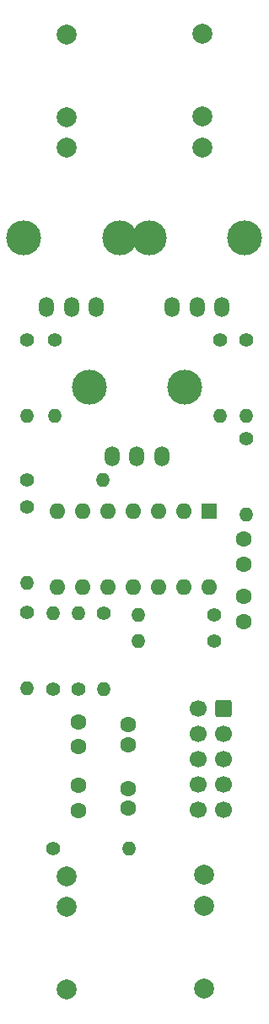
<source format=gts>
%TF.GenerationSoftware,KiCad,Pcbnew,8.0.4-8.0.4-0~ubuntu22.04.1*%
%TF.CreationDate,2024-07-28T19:50:57+02:00*%
%TF.ProjectId,VoltageProcessor,566f6c74-6167-4655-9072-6f636573736f,0.1*%
%TF.SameCoordinates,Original*%
%TF.FileFunction,Soldermask,Top*%
%TF.FilePolarity,Negative*%
%FSLAX46Y46*%
G04 Gerber Fmt 4.6, Leading zero omitted, Abs format (unit mm)*
G04 Created by KiCad (PCBNEW 8.0.4-8.0.4-0~ubuntu22.04.1) date 2024-07-28 19:50:57*
%MOMM*%
%LPD*%
G01*
G04 APERTURE LIST*
G04 Aperture macros list*
%AMRoundRect*
0 Rectangle with rounded corners*
0 $1 Rounding radius*
0 $2 $3 $4 $5 $6 $7 $8 $9 X,Y pos of 4 corners*
0 Add a 4 corners polygon primitive as box body*
4,1,4,$2,$3,$4,$5,$6,$7,$8,$9,$2,$3,0*
0 Add four circle primitives for the rounded corners*
1,1,$1+$1,$2,$3*
1,1,$1+$1,$4,$5*
1,1,$1+$1,$6,$7*
1,1,$1+$1,$8,$9*
0 Add four rect primitives between the rounded corners*
20,1,$1+$1,$2,$3,$4,$5,0*
20,1,$1+$1,$4,$5,$6,$7,0*
20,1,$1+$1,$6,$7,$8,$9,0*
20,1,$1+$1,$8,$9,$2,$3,0*%
G04 Aperture macros list end*
%ADD10C,1.400000*%
%ADD11O,1.400000X1.400000*%
%ADD12C,1.600000*%
%ADD13C,2.000000*%
%ADD14C,3.500000*%
%ADD15O,1.500000X2.000000*%
%ADD16R,1.600000X1.600000*%
%ADD17O,1.600000X1.600000*%
%ADD18RoundRect,0.250000X0.600000X0.600000X-0.600000X0.600000X-0.600000X-0.600000X0.600000X-0.600000X0*%
%ADD19C,1.700000*%
G04 APERTURE END LIST*
D10*
%TO.C,R4*%
X118700000Y-89550000D03*
D11*
X118700000Y-97170000D03*
%TD*%
D10*
%TO.C,R10*%
X99300000Y-124550000D03*
D11*
X99300000Y-116930000D03*
%TD*%
D12*
%TO.C,C4*%
X118500000Y-117800000D03*
X118500000Y-115300000D03*
%TD*%
%TO.C,C3*%
X118500000Y-109550000D03*
X118500000Y-112050000D03*
%TD*%
D13*
%TO.C,J4*%
X100700000Y-143350000D03*
X100700000Y-146450000D03*
X100700000Y-154750000D03*
%TD*%
D10*
%TO.C,R1*%
X99500000Y-89550000D03*
D11*
X99500000Y-97170000D03*
%TD*%
D10*
%TO.C,R6*%
X118700000Y-99440000D03*
D11*
X118700000Y-107060000D03*
%TD*%
D14*
%TO.C,RV2*%
X109000000Y-79250000D03*
X118600000Y-79250000D03*
D15*
X111300000Y-86250000D03*
X113800000Y-86250000D03*
X116300000Y-86250000D03*
%TD*%
D10*
%TO.C,R5*%
X96690000Y-103550000D03*
D11*
X104310000Y-103550000D03*
%TD*%
D10*
%TO.C,R8*%
X96700000Y-106320000D03*
D11*
X96700000Y-113940000D03*
%TD*%
D10*
%TO.C,R12*%
X104400000Y-116940000D03*
D11*
X104400000Y-124560000D03*
%TD*%
D10*
%TO.C,R14*%
X99300000Y-140550000D03*
D11*
X106920000Y-140550000D03*
%TD*%
D14*
%TO.C,RV1*%
X96400000Y-79250000D03*
X106000000Y-79250000D03*
D15*
X98700000Y-86250000D03*
X101200000Y-86250000D03*
X103700000Y-86250000D03*
%TD*%
D13*
%TO.C,J5*%
X114500000Y-143222500D03*
X114500000Y-146322500D03*
X114500000Y-154622500D03*
%TD*%
D10*
%TO.C,R3*%
X96700000Y-89540000D03*
D11*
X96700000Y-97160000D03*
%TD*%
D14*
%TO.C,RV3*%
X102950000Y-94250000D03*
X112550000Y-94250000D03*
D15*
X105250000Y-101250000D03*
X107750000Y-101250000D03*
X110250000Y-101250000D03*
%TD*%
D13*
%TO.C,J1*%
X100700000Y-70250000D03*
X100700000Y-67150000D03*
X100700000Y-58850000D03*
%TD*%
%TO.C,J2*%
X114300000Y-70230000D03*
X114300000Y-67130000D03*
X114300000Y-58830000D03*
%TD*%
D10*
%TO.C,R9*%
X115510000Y-117150000D03*
D11*
X107890000Y-117150000D03*
%TD*%
D16*
%TO.C,U1*%
X115040000Y-106730000D03*
D17*
X112500000Y-106730000D03*
X109960000Y-106730000D03*
X107420000Y-106730000D03*
X104880000Y-106730000D03*
X102340000Y-106730000D03*
X99800000Y-106730000D03*
X99800000Y-114350000D03*
X102340000Y-114350000D03*
X104880000Y-114350000D03*
X107420000Y-114350000D03*
X109960000Y-114350000D03*
X112500000Y-114350000D03*
X115040000Y-114350000D03*
%TD*%
D10*
%TO.C,R7*%
X101900000Y-124550000D03*
D11*
X101900000Y-116930000D03*
%TD*%
D10*
%TO.C,R13*%
X96700000Y-116920000D03*
D11*
X96700000Y-124540000D03*
%TD*%
D10*
%TO.C,R2*%
X116100000Y-89550000D03*
D11*
X116100000Y-97170000D03*
%TD*%
D10*
%TO.C,R11*%
X115520000Y-119750000D03*
D11*
X107900000Y-119750000D03*
%TD*%
D12*
%TO.C,C6*%
X106900000Y-134550000D03*
X106900000Y-136550000D03*
%TD*%
%TO.C,C1*%
X101900000Y-127850000D03*
X101900000Y-130350000D03*
%TD*%
D18*
%TO.C,J3*%
X116440000Y-126550000D03*
D19*
X113900000Y-126550000D03*
X116440000Y-129090000D03*
X113900000Y-129090000D03*
X116440000Y-131630000D03*
X113900000Y-131630000D03*
X116440000Y-134170000D03*
X113900000Y-134170000D03*
X116440000Y-136710000D03*
X113900000Y-136710000D03*
%TD*%
D12*
%TO.C,C5*%
X106900000Y-128150000D03*
X106900000Y-130150000D03*
%TD*%
%TO.C,C2*%
X101900000Y-134250000D03*
X101900000Y-136750000D03*
%TD*%
M02*

</source>
